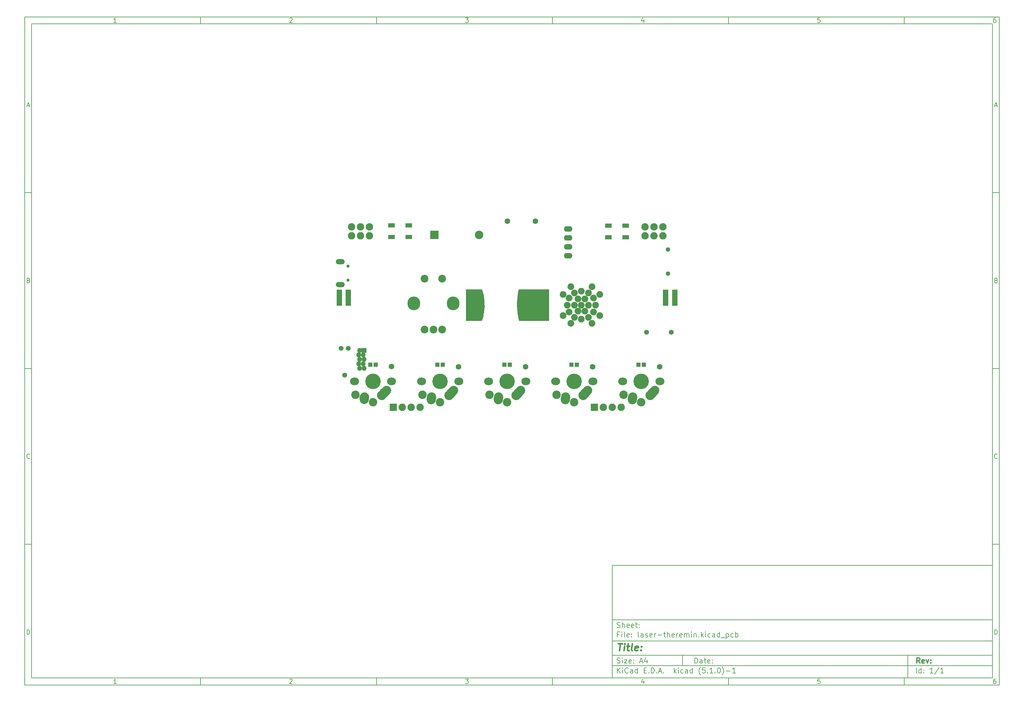
<source format=gts>
G04 #@! TF.GenerationSoftware,KiCad,Pcbnew,(5.1.0)-1*
G04 #@! TF.CreationDate,2019-06-18T01:36:36-06:00*
G04 #@! TF.ProjectId,laser-theremin,6c617365-722d-4746-9865-72656d696e2e,rev?*
G04 #@! TF.SameCoordinates,Original*
G04 #@! TF.FileFunction,Soldermask,Top*
G04 #@! TF.FilePolarity,Negative*
%FSLAX46Y46*%
G04 Gerber Fmt 4.6, Leading zero omitted, Abs format (unit mm)*
G04 Created by KiCad (PCBNEW (5.1.0)-1) date 2019-06-18 01:36:36*
%MOMM*%
%LPD*%
G04 APERTURE LIST*
%ADD10C,0.100000*%
%ADD11C,0.150000*%
%ADD12C,0.300000*%
%ADD13C,0.400000*%
%ADD14C,0.010000*%
%ADD15R,1.162000X1.289000*%
%ADD16O,1.400000X1.400000*%
%ADD17R,1.400000X1.400000*%
%ADD18R,1.898600X1.299160*%
%ADD19R,1.600000X0.950000*%
%ADD20C,2.200000*%
%ADD21O,3.600000X3.900000*%
%ADD22C,1.385520*%
%ADD23C,1.388060*%
%ADD24C,2.650000*%
%ADD25C,2.650000*%
%ADD26O,2.550000X2.150000*%
%ADD27C,1.600000*%
%ADD28C,2.400000*%
%ADD29C,4.387800*%
%ADD30R,2.400000X2.400000*%
%ADD31C,2.100000*%
%ADD32O,2.100000X2.100000*%
%ADD33C,1.300000*%
%ADD34O,2.550000X1.450000*%
%ADD35C,0.900000*%
%ADD36O,2.400000X1.600000*%
%ADD37C,1.400000*%
%ADD38R,2.100000X2.100000*%
%ADD39C,1.900000*%
G04 APERTURE END LIST*
D10*
D11*
X177002200Y-166007200D02*
X177002200Y-198007200D01*
X285002200Y-198007200D01*
X285002200Y-166007200D01*
X177002200Y-166007200D01*
D10*
D11*
X10000000Y-10000000D02*
X10000000Y-200007200D01*
X287002200Y-200007200D01*
X287002200Y-10000000D01*
X10000000Y-10000000D01*
D10*
D11*
X12000000Y-12000000D02*
X12000000Y-198007200D01*
X285002200Y-198007200D01*
X285002200Y-12000000D01*
X12000000Y-12000000D01*
D10*
D11*
X60000000Y-12000000D02*
X60000000Y-10000000D01*
D10*
D11*
X110000000Y-12000000D02*
X110000000Y-10000000D01*
D10*
D11*
X160000000Y-12000000D02*
X160000000Y-10000000D01*
D10*
D11*
X210000000Y-12000000D02*
X210000000Y-10000000D01*
D10*
D11*
X260000000Y-12000000D02*
X260000000Y-10000000D01*
D10*
D11*
X36065476Y-11588095D02*
X35322619Y-11588095D01*
X35694047Y-11588095D02*
X35694047Y-10288095D01*
X35570238Y-10473809D01*
X35446428Y-10597619D01*
X35322619Y-10659523D01*
D10*
D11*
X85322619Y-10411904D02*
X85384523Y-10350000D01*
X85508333Y-10288095D01*
X85817857Y-10288095D01*
X85941666Y-10350000D01*
X86003571Y-10411904D01*
X86065476Y-10535714D01*
X86065476Y-10659523D01*
X86003571Y-10845238D01*
X85260714Y-11588095D01*
X86065476Y-11588095D01*
D10*
D11*
X135260714Y-10288095D02*
X136065476Y-10288095D01*
X135632142Y-10783333D01*
X135817857Y-10783333D01*
X135941666Y-10845238D01*
X136003571Y-10907142D01*
X136065476Y-11030952D01*
X136065476Y-11340476D01*
X136003571Y-11464285D01*
X135941666Y-11526190D01*
X135817857Y-11588095D01*
X135446428Y-11588095D01*
X135322619Y-11526190D01*
X135260714Y-11464285D01*
D10*
D11*
X185941666Y-10721428D02*
X185941666Y-11588095D01*
X185632142Y-10226190D02*
X185322619Y-11154761D01*
X186127380Y-11154761D01*
D10*
D11*
X236003571Y-10288095D02*
X235384523Y-10288095D01*
X235322619Y-10907142D01*
X235384523Y-10845238D01*
X235508333Y-10783333D01*
X235817857Y-10783333D01*
X235941666Y-10845238D01*
X236003571Y-10907142D01*
X236065476Y-11030952D01*
X236065476Y-11340476D01*
X236003571Y-11464285D01*
X235941666Y-11526190D01*
X235817857Y-11588095D01*
X235508333Y-11588095D01*
X235384523Y-11526190D01*
X235322619Y-11464285D01*
D10*
D11*
X285941666Y-10288095D02*
X285694047Y-10288095D01*
X285570238Y-10350000D01*
X285508333Y-10411904D01*
X285384523Y-10597619D01*
X285322619Y-10845238D01*
X285322619Y-11340476D01*
X285384523Y-11464285D01*
X285446428Y-11526190D01*
X285570238Y-11588095D01*
X285817857Y-11588095D01*
X285941666Y-11526190D01*
X286003571Y-11464285D01*
X286065476Y-11340476D01*
X286065476Y-11030952D01*
X286003571Y-10907142D01*
X285941666Y-10845238D01*
X285817857Y-10783333D01*
X285570238Y-10783333D01*
X285446428Y-10845238D01*
X285384523Y-10907142D01*
X285322619Y-11030952D01*
D10*
D11*
X60000000Y-198007200D02*
X60000000Y-200007200D01*
D10*
D11*
X110000000Y-198007200D02*
X110000000Y-200007200D01*
D10*
D11*
X160000000Y-198007200D02*
X160000000Y-200007200D01*
D10*
D11*
X210000000Y-198007200D02*
X210000000Y-200007200D01*
D10*
D11*
X260000000Y-198007200D02*
X260000000Y-200007200D01*
D10*
D11*
X36065476Y-199595295D02*
X35322619Y-199595295D01*
X35694047Y-199595295D02*
X35694047Y-198295295D01*
X35570238Y-198481009D01*
X35446428Y-198604819D01*
X35322619Y-198666723D01*
D10*
D11*
X85322619Y-198419104D02*
X85384523Y-198357200D01*
X85508333Y-198295295D01*
X85817857Y-198295295D01*
X85941666Y-198357200D01*
X86003571Y-198419104D01*
X86065476Y-198542914D01*
X86065476Y-198666723D01*
X86003571Y-198852438D01*
X85260714Y-199595295D01*
X86065476Y-199595295D01*
D10*
D11*
X135260714Y-198295295D02*
X136065476Y-198295295D01*
X135632142Y-198790533D01*
X135817857Y-198790533D01*
X135941666Y-198852438D01*
X136003571Y-198914342D01*
X136065476Y-199038152D01*
X136065476Y-199347676D01*
X136003571Y-199471485D01*
X135941666Y-199533390D01*
X135817857Y-199595295D01*
X135446428Y-199595295D01*
X135322619Y-199533390D01*
X135260714Y-199471485D01*
D10*
D11*
X185941666Y-198728628D02*
X185941666Y-199595295D01*
X185632142Y-198233390D02*
X185322619Y-199161961D01*
X186127380Y-199161961D01*
D10*
D11*
X236003571Y-198295295D02*
X235384523Y-198295295D01*
X235322619Y-198914342D01*
X235384523Y-198852438D01*
X235508333Y-198790533D01*
X235817857Y-198790533D01*
X235941666Y-198852438D01*
X236003571Y-198914342D01*
X236065476Y-199038152D01*
X236065476Y-199347676D01*
X236003571Y-199471485D01*
X235941666Y-199533390D01*
X235817857Y-199595295D01*
X235508333Y-199595295D01*
X235384523Y-199533390D01*
X235322619Y-199471485D01*
D10*
D11*
X285941666Y-198295295D02*
X285694047Y-198295295D01*
X285570238Y-198357200D01*
X285508333Y-198419104D01*
X285384523Y-198604819D01*
X285322619Y-198852438D01*
X285322619Y-199347676D01*
X285384523Y-199471485D01*
X285446428Y-199533390D01*
X285570238Y-199595295D01*
X285817857Y-199595295D01*
X285941666Y-199533390D01*
X286003571Y-199471485D01*
X286065476Y-199347676D01*
X286065476Y-199038152D01*
X286003571Y-198914342D01*
X285941666Y-198852438D01*
X285817857Y-198790533D01*
X285570238Y-198790533D01*
X285446428Y-198852438D01*
X285384523Y-198914342D01*
X285322619Y-199038152D01*
D10*
D11*
X10000000Y-60000000D02*
X12000000Y-60000000D01*
D10*
D11*
X10000000Y-110000000D02*
X12000000Y-110000000D01*
D10*
D11*
X10000000Y-160000000D02*
X12000000Y-160000000D01*
D10*
D11*
X10690476Y-35216666D02*
X11309523Y-35216666D01*
X10566666Y-35588095D02*
X11000000Y-34288095D01*
X11433333Y-35588095D01*
D10*
D11*
X11092857Y-84907142D02*
X11278571Y-84969047D01*
X11340476Y-85030952D01*
X11402380Y-85154761D01*
X11402380Y-85340476D01*
X11340476Y-85464285D01*
X11278571Y-85526190D01*
X11154761Y-85588095D01*
X10659523Y-85588095D01*
X10659523Y-84288095D01*
X11092857Y-84288095D01*
X11216666Y-84350000D01*
X11278571Y-84411904D01*
X11340476Y-84535714D01*
X11340476Y-84659523D01*
X11278571Y-84783333D01*
X11216666Y-84845238D01*
X11092857Y-84907142D01*
X10659523Y-84907142D01*
D10*
D11*
X11402380Y-135464285D02*
X11340476Y-135526190D01*
X11154761Y-135588095D01*
X11030952Y-135588095D01*
X10845238Y-135526190D01*
X10721428Y-135402380D01*
X10659523Y-135278571D01*
X10597619Y-135030952D01*
X10597619Y-134845238D01*
X10659523Y-134597619D01*
X10721428Y-134473809D01*
X10845238Y-134350000D01*
X11030952Y-134288095D01*
X11154761Y-134288095D01*
X11340476Y-134350000D01*
X11402380Y-134411904D01*
D10*
D11*
X10659523Y-185588095D02*
X10659523Y-184288095D01*
X10969047Y-184288095D01*
X11154761Y-184350000D01*
X11278571Y-184473809D01*
X11340476Y-184597619D01*
X11402380Y-184845238D01*
X11402380Y-185030952D01*
X11340476Y-185278571D01*
X11278571Y-185402380D01*
X11154761Y-185526190D01*
X10969047Y-185588095D01*
X10659523Y-185588095D01*
D10*
D11*
X287002200Y-60000000D02*
X285002200Y-60000000D01*
D10*
D11*
X287002200Y-110000000D02*
X285002200Y-110000000D01*
D10*
D11*
X287002200Y-160000000D02*
X285002200Y-160000000D01*
D10*
D11*
X285692676Y-35216666D02*
X286311723Y-35216666D01*
X285568866Y-35588095D02*
X286002200Y-34288095D01*
X286435533Y-35588095D01*
D10*
D11*
X286095057Y-84907142D02*
X286280771Y-84969047D01*
X286342676Y-85030952D01*
X286404580Y-85154761D01*
X286404580Y-85340476D01*
X286342676Y-85464285D01*
X286280771Y-85526190D01*
X286156961Y-85588095D01*
X285661723Y-85588095D01*
X285661723Y-84288095D01*
X286095057Y-84288095D01*
X286218866Y-84350000D01*
X286280771Y-84411904D01*
X286342676Y-84535714D01*
X286342676Y-84659523D01*
X286280771Y-84783333D01*
X286218866Y-84845238D01*
X286095057Y-84907142D01*
X285661723Y-84907142D01*
D10*
D11*
X286404580Y-135464285D02*
X286342676Y-135526190D01*
X286156961Y-135588095D01*
X286033152Y-135588095D01*
X285847438Y-135526190D01*
X285723628Y-135402380D01*
X285661723Y-135278571D01*
X285599819Y-135030952D01*
X285599819Y-134845238D01*
X285661723Y-134597619D01*
X285723628Y-134473809D01*
X285847438Y-134350000D01*
X286033152Y-134288095D01*
X286156961Y-134288095D01*
X286342676Y-134350000D01*
X286404580Y-134411904D01*
D10*
D11*
X285661723Y-185588095D02*
X285661723Y-184288095D01*
X285971247Y-184288095D01*
X286156961Y-184350000D01*
X286280771Y-184473809D01*
X286342676Y-184597619D01*
X286404580Y-184845238D01*
X286404580Y-185030952D01*
X286342676Y-185278571D01*
X286280771Y-185402380D01*
X286156961Y-185526190D01*
X285971247Y-185588095D01*
X285661723Y-185588095D01*
D10*
D11*
X200434342Y-193785771D02*
X200434342Y-192285771D01*
X200791485Y-192285771D01*
X201005771Y-192357200D01*
X201148628Y-192500057D01*
X201220057Y-192642914D01*
X201291485Y-192928628D01*
X201291485Y-193142914D01*
X201220057Y-193428628D01*
X201148628Y-193571485D01*
X201005771Y-193714342D01*
X200791485Y-193785771D01*
X200434342Y-193785771D01*
X202577200Y-193785771D02*
X202577200Y-193000057D01*
X202505771Y-192857200D01*
X202362914Y-192785771D01*
X202077200Y-192785771D01*
X201934342Y-192857200D01*
X202577200Y-193714342D02*
X202434342Y-193785771D01*
X202077200Y-193785771D01*
X201934342Y-193714342D01*
X201862914Y-193571485D01*
X201862914Y-193428628D01*
X201934342Y-193285771D01*
X202077200Y-193214342D01*
X202434342Y-193214342D01*
X202577200Y-193142914D01*
X203077200Y-192785771D02*
X203648628Y-192785771D01*
X203291485Y-192285771D02*
X203291485Y-193571485D01*
X203362914Y-193714342D01*
X203505771Y-193785771D01*
X203648628Y-193785771D01*
X204720057Y-193714342D02*
X204577200Y-193785771D01*
X204291485Y-193785771D01*
X204148628Y-193714342D01*
X204077200Y-193571485D01*
X204077200Y-193000057D01*
X204148628Y-192857200D01*
X204291485Y-192785771D01*
X204577200Y-192785771D01*
X204720057Y-192857200D01*
X204791485Y-193000057D01*
X204791485Y-193142914D01*
X204077200Y-193285771D01*
X205434342Y-193642914D02*
X205505771Y-193714342D01*
X205434342Y-193785771D01*
X205362914Y-193714342D01*
X205434342Y-193642914D01*
X205434342Y-193785771D01*
X205434342Y-192857200D02*
X205505771Y-192928628D01*
X205434342Y-193000057D01*
X205362914Y-192928628D01*
X205434342Y-192857200D01*
X205434342Y-193000057D01*
D10*
D11*
X177002200Y-194507200D02*
X285002200Y-194507200D01*
D10*
D11*
X178434342Y-196585771D02*
X178434342Y-195085771D01*
X179291485Y-196585771D02*
X178648628Y-195728628D01*
X179291485Y-195085771D02*
X178434342Y-195942914D01*
X179934342Y-196585771D02*
X179934342Y-195585771D01*
X179934342Y-195085771D02*
X179862914Y-195157200D01*
X179934342Y-195228628D01*
X180005771Y-195157200D01*
X179934342Y-195085771D01*
X179934342Y-195228628D01*
X181505771Y-196442914D02*
X181434342Y-196514342D01*
X181220057Y-196585771D01*
X181077200Y-196585771D01*
X180862914Y-196514342D01*
X180720057Y-196371485D01*
X180648628Y-196228628D01*
X180577200Y-195942914D01*
X180577200Y-195728628D01*
X180648628Y-195442914D01*
X180720057Y-195300057D01*
X180862914Y-195157200D01*
X181077200Y-195085771D01*
X181220057Y-195085771D01*
X181434342Y-195157200D01*
X181505771Y-195228628D01*
X182791485Y-196585771D02*
X182791485Y-195800057D01*
X182720057Y-195657200D01*
X182577200Y-195585771D01*
X182291485Y-195585771D01*
X182148628Y-195657200D01*
X182791485Y-196514342D02*
X182648628Y-196585771D01*
X182291485Y-196585771D01*
X182148628Y-196514342D01*
X182077200Y-196371485D01*
X182077200Y-196228628D01*
X182148628Y-196085771D01*
X182291485Y-196014342D01*
X182648628Y-196014342D01*
X182791485Y-195942914D01*
X184148628Y-196585771D02*
X184148628Y-195085771D01*
X184148628Y-196514342D02*
X184005771Y-196585771D01*
X183720057Y-196585771D01*
X183577200Y-196514342D01*
X183505771Y-196442914D01*
X183434342Y-196300057D01*
X183434342Y-195871485D01*
X183505771Y-195728628D01*
X183577200Y-195657200D01*
X183720057Y-195585771D01*
X184005771Y-195585771D01*
X184148628Y-195657200D01*
X186005771Y-195800057D02*
X186505771Y-195800057D01*
X186720057Y-196585771D02*
X186005771Y-196585771D01*
X186005771Y-195085771D01*
X186720057Y-195085771D01*
X187362914Y-196442914D02*
X187434342Y-196514342D01*
X187362914Y-196585771D01*
X187291485Y-196514342D01*
X187362914Y-196442914D01*
X187362914Y-196585771D01*
X188077200Y-196585771D02*
X188077200Y-195085771D01*
X188434342Y-195085771D01*
X188648628Y-195157200D01*
X188791485Y-195300057D01*
X188862914Y-195442914D01*
X188934342Y-195728628D01*
X188934342Y-195942914D01*
X188862914Y-196228628D01*
X188791485Y-196371485D01*
X188648628Y-196514342D01*
X188434342Y-196585771D01*
X188077200Y-196585771D01*
X189577200Y-196442914D02*
X189648628Y-196514342D01*
X189577200Y-196585771D01*
X189505771Y-196514342D01*
X189577200Y-196442914D01*
X189577200Y-196585771D01*
X190220057Y-196157200D02*
X190934342Y-196157200D01*
X190077200Y-196585771D02*
X190577200Y-195085771D01*
X191077200Y-196585771D01*
X191577200Y-196442914D02*
X191648628Y-196514342D01*
X191577200Y-196585771D01*
X191505771Y-196514342D01*
X191577200Y-196442914D01*
X191577200Y-196585771D01*
X194577200Y-196585771D02*
X194577200Y-195085771D01*
X194720057Y-196014342D02*
X195148628Y-196585771D01*
X195148628Y-195585771D02*
X194577200Y-196157200D01*
X195791485Y-196585771D02*
X195791485Y-195585771D01*
X195791485Y-195085771D02*
X195720057Y-195157200D01*
X195791485Y-195228628D01*
X195862914Y-195157200D01*
X195791485Y-195085771D01*
X195791485Y-195228628D01*
X197148628Y-196514342D02*
X197005771Y-196585771D01*
X196720057Y-196585771D01*
X196577200Y-196514342D01*
X196505771Y-196442914D01*
X196434342Y-196300057D01*
X196434342Y-195871485D01*
X196505771Y-195728628D01*
X196577200Y-195657200D01*
X196720057Y-195585771D01*
X197005771Y-195585771D01*
X197148628Y-195657200D01*
X198434342Y-196585771D02*
X198434342Y-195800057D01*
X198362914Y-195657200D01*
X198220057Y-195585771D01*
X197934342Y-195585771D01*
X197791485Y-195657200D01*
X198434342Y-196514342D02*
X198291485Y-196585771D01*
X197934342Y-196585771D01*
X197791485Y-196514342D01*
X197720057Y-196371485D01*
X197720057Y-196228628D01*
X197791485Y-196085771D01*
X197934342Y-196014342D01*
X198291485Y-196014342D01*
X198434342Y-195942914D01*
X199791485Y-196585771D02*
X199791485Y-195085771D01*
X199791485Y-196514342D02*
X199648628Y-196585771D01*
X199362914Y-196585771D01*
X199220057Y-196514342D01*
X199148628Y-196442914D01*
X199077200Y-196300057D01*
X199077200Y-195871485D01*
X199148628Y-195728628D01*
X199220057Y-195657200D01*
X199362914Y-195585771D01*
X199648628Y-195585771D01*
X199791485Y-195657200D01*
X202077200Y-197157200D02*
X202005771Y-197085771D01*
X201862914Y-196871485D01*
X201791485Y-196728628D01*
X201720057Y-196514342D01*
X201648628Y-196157200D01*
X201648628Y-195871485D01*
X201720057Y-195514342D01*
X201791485Y-195300057D01*
X201862914Y-195157200D01*
X202005771Y-194942914D01*
X202077200Y-194871485D01*
X203362914Y-195085771D02*
X202648628Y-195085771D01*
X202577200Y-195800057D01*
X202648628Y-195728628D01*
X202791485Y-195657200D01*
X203148628Y-195657200D01*
X203291485Y-195728628D01*
X203362914Y-195800057D01*
X203434342Y-195942914D01*
X203434342Y-196300057D01*
X203362914Y-196442914D01*
X203291485Y-196514342D01*
X203148628Y-196585771D01*
X202791485Y-196585771D01*
X202648628Y-196514342D01*
X202577200Y-196442914D01*
X204077200Y-196442914D02*
X204148628Y-196514342D01*
X204077200Y-196585771D01*
X204005771Y-196514342D01*
X204077200Y-196442914D01*
X204077200Y-196585771D01*
X205577200Y-196585771D02*
X204720057Y-196585771D01*
X205148628Y-196585771D02*
X205148628Y-195085771D01*
X205005771Y-195300057D01*
X204862914Y-195442914D01*
X204720057Y-195514342D01*
X206220057Y-196442914D02*
X206291485Y-196514342D01*
X206220057Y-196585771D01*
X206148628Y-196514342D01*
X206220057Y-196442914D01*
X206220057Y-196585771D01*
X207220057Y-195085771D02*
X207362914Y-195085771D01*
X207505771Y-195157200D01*
X207577200Y-195228628D01*
X207648628Y-195371485D01*
X207720057Y-195657200D01*
X207720057Y-196014342D01*
X207648628Y-196300057D01*
X207577200Y-196442914D01*
X207505771Y-196514342D01*
X207362914Y-196585771D01*
X207220057Y-196585771D01*
X207077200Y-196514342D01*
X207005771Y-196442914D01*
X206934342Y-196300057D01*
X206862914Y-196014342D01*
X206862914Y-195657200D01*
X206934342Y-195371485D01*
X207005771Y-195228628D01*
X207077200Y-195157200D01*
X207220057Y-195085771D01*
X208220057Y-197157200D02*
X208291485Y-197085771D01*
X208434342Y-196871485D01*
X208505771Y-196728628D01*
X208577200Y-196514342D01*
X208648628Y-196157200D01*
X208648628Y-195871485D01*
X208577200Y-195514342D01*
X208505771Y-195300057D01*
X208434342Y-195157200D01*
X208291485Y-194942914D01*
X208220057Y-194871485D01*
X209362914Y-196014342D02*
X210505771Y-196014342D01*
X212005771Y-196585771D02*
X211148628Y-196585771D01*
X211577200Y-196585771D02*
X211577200Y-195085771D01*
X211434342Y-195300057D01*
X211291485Y-195442914D01*
X211148628Y-195514342D01*
D10*
D11*
X177002200Y-191507200D02*
X285002200Y-191507200D01*
D10*
D12*
X264411485Y-193785771D02*
X263911485Y-193071485D01*
X263554342Y-193785771D02*
X263554342Y-192285771D01*
X264125771Y-192285771D01*
X264268628Y-192357200D01*
X264340057Y-192428628D01*
X264411485Y-192571485D01*
X264411485Y-192785771D01*
X264340057Y-192928628D01*
X264268628Y-193000057D01*
X264125771Y-193071485D01*
X263554342Y-193071485D01*
X265625771Y-193714342D02*
X265482914Y-193785771D01*
X265197200Y-193785771D01*
X265054342Y-193714342D01*
X264982914Y-193571485D01*
X264982914Y-193000057D01*
X265054342Y-192857200D01*
X265197200Y-192785771D01*
X265482914Y-192785771D01*
X265625771Y-192857200D01*
X265697200Y-193000057D01*
X265697200Y-193142914D01*
X264982914Y-193285771D01*
X266197200Y-192785771D02*
X266554342Y-193785771D01*
X266911485Y-192785771D01*
X267482914Y-193642914D02*
X267554342Y-193714342D01*
X267482914Y-193785771D01*
X267411485Y-193714342D01*
X267482914Y-193642914D01*
X267482914Y-193785771D01*
X267482914Y-192857200D02*
X267554342Y-192928628D01*
X267482914Y-193000057D01*
X267411485Y-192928628D01*
X267482914Y-192857200D01*
X267482914Y-193000057D01*
D10*
D11*
X178362914Y-193714342D02*
X178577200Y-193785771D01*
X178934342Y-193785771D01*
X179077200Y-193714342D01*
X179148628Y-193642914D01*
X179220057Y-193500057D01*
X179220057Y-193357200D01*
X179148628Y-193214342D01*
X179077200Y-193142914D01*
X178934342Y-193071485D01*
X178648628Y-193000057D01*
X178505771Y-192928628D01*
X178434342Y-192857200D01*
X178362914Y-192714342D01*
X178362914Y-192571485D01*
X178434342Y-192428628D01*
X178505771Y-192357200D01*
X178648628Y-192285771D01*
X179005771Y-192285771D01*
X179220057Y-192357200D01*
X179862914Y-193785771D02*
X179862914Y-192785771D01*
X179862914Y-192285771D02*
X179791485Y-192357200D01*
X179862914Y-192428628D01*
X179934342Y-192357200D01*
X179862914Y-192285771D01*
X179862914Y-192428628D01*
X180434342Y-192785771D02*
X181220057Y-192785771D01*
X180434342Y-193785771D01*
X181220057Y-193785771D01*
X182362914Y-193714342D02*
X182220057Y-193785771D01*
X181934342Y-193785771D01*
X181791485Y-193714342D01*
X181720057Y-193571485D01*
X181720057Y-193000057D01*
X181791485Y-192857200D01*
X181934342Y-192785771D01*
X182220057Y-192785771D01*
X182362914Y-192857200D01*
X182434342Y-193000057D01*
X182434342Y-193142914D01*
X181720057Y-193285771D01*
X183077200Y-193642914D02*
X183148628Y-193714342D01*
X183077200Y-193785771D01*
X183005771Y-193714342D01*
X183077200Y-193642914D01*
X183077200Y-193785771D01*
X183077200Y-192857200D02*
X183148628Y-192928628D01*
X183077200Y-193000057D01*
X183005771Y-192928628D01*
X183077200Y-192857200D01*
X183077200Y-193000057D01*
X184862914Y-193357200D02*
X185577200Y-193357200D01*
X184720057Y-193785771D02*
X185220057Y-192285771D01*
X185720057Y-193785771D01*
X186862914Y-192785771D02*
X186862914Y-193785771D01*
X186505771Y-192214342D02*
X186148628Y-193285771D01*
X187077200Y-193285771D01*
D10*
D11*
X263434342Y-196585771D02*
X263434342Y-195085771D01*
X264791485Y-196585771D02*
X264791485Y-195085771D01*
X264791485Y-196514342D02*
X264648628Y-196585771D01*
X264362914Y-196585771D01*
X264220057Y-196514342D01*
X264148628Y-196442914D01*
X264077200Y-196300057D01*
X264077200Y-195871485D01*
X264148628Y-195728628D01*
X264220057Y-195657200D01*
X264362914Y-195585771D01*
X264648628Y-195585771D01*
X264791485Y-195657200D01*
X265505771Y-196442914D02*
X265577200Y-196514342D01*
X265505771Y-196585771D01*
X265434342Y-196514342D01*
X265505771Y-196442914D01*
X265505771Y-196585771D01*
X265505771Y-195657200D02*
X265577200Y-195728628D01*
X265505771Y-195800057D01*
X265434342Y-195728628D01*
X265505771Y-195657200D01*
X265505771Y-195800057D01*
X268148628Y-196585771D02*
X267291485Y-196585771D01*
X267720057Y-196585771D02*
X267720057Y-195085771D01*
X267577200Y-195300057D01*
X267434342Y-195442914D01*
X267291485Y-195514342D01*
X269862914Y-195014342D02*
X268577200Y-196942914D01*
X271148628Y-196585771D02*
X270291485Y-196585771D01*
X270720057Y-196585771D02*
X270720057Y-195085771D01*
X270577200Y-195300057D01*
X270434342Y-195442914D01*
X270291485Y-195514342D01*
D10*
D11*
X177002200Y-187507200D02*
X285002200Y-187507200D01*
D10*
D13*
X178714580Y-188211961D02*
X179857438Y-188211961D01*
X179036009Y-190211961D02*
X179286009Y-188211961D01*
X180274104Y-190211961D02*
X180440771Y-188878628D01*
X180524104Y-188211961D02*
X180416961Y-188307200D01*
X180500295Y-188402438D01*
X180607438Y-188307200D01*
X180524104Y-188211961D01*
X180500295Y-188402438D01*
X181107438Y-188878628D02*
X181869342Y-188878628D01*
X181476485Y-188211961D02*
X181262200Y-189926247D01*
X181333628Y-190116723D01*
X181512200Y-190211961D01*
X181702676Y-190211961D01*
X182655057Y-190211961D02*
X182476485Y-190116723D01*
X182405057Y-189926247D01*
X182619342Y-188211961D01*
X184190771Y-190116723D02*
X183988390Y-190211961D01*
X183607438Y-190211961D01*
X183428866Y-190116723D01*
X183357438Y-189926247D01*
X183452676Y-189164342D01*
X183571723Y-188973866D01*
X183774104Y-188878628D01*
X184155057Y-188878628D01*
X184333628Y-188973866D01*
X184405057Y-189164342D01*
X184381247Y-189354819D01*
X183405057Y-189545295D01*
X185155057Y-190021485D02*
X185238390Y-190116723D01*
X185131247Y-190211961D01*
X185047914Y-190116723D01*
X185155057Y-190021485D01*
X185131247Y-190211961D01*
X185286009Y-188973866D02*
X185369342Y-189069104D01*
X185262200Y-189164342D01*
X185178866Y-189069104D01*
X185286009Y-188973866D01*
X185262200Y-189164342D01*
D10*
D11*
X178934342Y-185600057D02*
X178434342Y-185600057D01*
X178434342Y-186385771D02*
X178434342Y-184885771D01*
X179148628Y-184885771D01*
X179720057Y-186385771D02*
X179720057Y-185385771D01*
X179720057Y-184885771D02*
X179648628Y-184957200D01*
X179720057Y-185028628D01*
X179791485Y-184957200D01*
X179720057Y-184885771D01*
X179720057Y-185028628D01*
X180648628Y-186385771D02*
X180505771Y-186314342D01*
X180434342Y-186171485D01*
X180434342Y-184885771D01*
X181791485Y-186314342D02*
X181648628Y-186385771D01*
X181362914Y-186385771D01*
X181220057Y-186314342D01*
X181148628Y-186171485D01*
X181148628Y-185600057D01*
X181220057Y-185457200D01*
X181362914Y-185385771D01*
X181648628Y-185385771D01*
X181791485Y-185457200D01*
X181862914Y-185600057D01*
X181862914Y-185742914D01*
X181148628Y-185885771D01*
X182505771Y-186242914D02*
X182577200Y-186314342D01*
X182505771Y-186385771D01*
X182434342Y-186314342D01*
X182505771Y-186242914D01*
X182505771Y-186385771D01*
X182505771Y-185457200D02*
X182577200Y-185528628D01*
X182505771Y-185600057D01*
X182434342Y-185528628D01*
X182505771Y-185457200D01*
X182505771Y-185600057D01*
X184577200Y-186385771D02*
X184434342Y-186314342D01*
X184362914Y-186171485D01*
X184362914Y-184885771D01*
X185791485Y-186385771D02*
X185791485Y-185600057D01*
X185720057Y-185457200D01*
X185577200Y-185385771D01*
X185291485Y-185385771D01*
X185148628Y-185457200D01*
X185791485Y-186314342D02*
X185648628Y-186385771D01*
X185291485Y-186385771D01*
X185148628Y-186314342D01*
X185077200Y-186171485D01*
X185077200Y-186028628D01*
X185148628Y-185885771D01*
X185291485Y-185814342D01*
X185648628Y-185814342D01*
X185791485Y-185742914D01*
X186434342Y-186314342D02*
X186577200Y-186385771D01*
X186862914Y-186385771D01*
X187005771Y-186314342D01*
X187077200Y-186171485D01*
X187077200Y-186100057D01*
X187005771Y-185957200D01*
X186862914Y-185885771D01*
X186648628Y-185885771D01*
X186505771Y-185814342D01*
X186434342Y-185671485D01*
X186434342Y-185600057D01*
X186505771Y-185457200D01*
X186648628Y-185385771D01*
X186862914Y-185385771D01*
X187005771Y-185457200D01*
X188291485Y-186314342D02*
X188148628Y-186385771D01*
X187862914Y-186385771D01*
X187720057Y-186314342D01*
X187648628Y-186171485D01*
X187648628Y-185600057D01*
X187720057Y-185457200D01*
X187862914Y-185385771D01*
X188148628Y-185385771D01*
X188291485Y-185457200D01*
X188362914Y-185600057D01*
X188362914Y-185742914D01*
X187648628Y-185885771D01*
X189005771Y-186385771D02*
X189005771Y-185385771D01*
X189005771Y-185671485D02*
X189077200Y-185528628D01*
X189148628Y-185457200D01*
X189291485Y-185385771D01*
X189434342Y-185385771D01*
X189934342Y-185814342D02*
X191077200Y-185814342D01*
X191577200Y-185385771D02*
X192148628Y-185385771D01*
X191791485Y-184885771D02*
X191791485Y-186171485D01*
X191862914Y-186314342D01*
X192005771Y-186385771D01*
X192148628Y-186385771D01*
X192648628Y-186385771D02*
X192648628Y-184885771D01*
X193291485Y-186385771D02*
X193291485Y-185600057D01*
X193220057Y-185457200D01*
X193077200Y-185385771D01*
X192862914Y-185385771D01*
X192720057Y-185457200D01*
X192648628Y-185528628D01*
X194577200Y-186314342D02*
X194434342Y-186385771D01*
X194148628Y-186385771D01*
X194005771Y-186314342D01*
X193934342Y-186171485D01*
X193934342Y-185600057D01*
X194005771Y-185457200D01*
X194148628Y-185385771D01*
X194434342Y-185385771D01*
X194577200Y-185457200D01*
X194648628Y-185600057D01*
X194648628Y-185742914D01*
X193934342Y-185885771D01*
X195291485Y-186385771D02*
X195291485Y-185385771D01*
X195291485Y-185671485D02*
X195362914Y-185528628D01*
X195434342Y-185457200D01*
X195577200Y-185385771D01*
X195720057Y-185385771D01*
X196791485Y-186314342D02*
X196648628Y-186385771D01*
X196362914Y-186385771D01*
X196220057Y-186314342D01*
X196148628Y-186171485D01*
X196148628Y-185600057D01*
X196220057Y-185457200D01*
X196362914Y-185385771D01*
X196648628Y-185385771D01*
X196791485Y-185457200D01*
X196862914Y-185600057D01*
X196862914Y-185742914D01*
X196148628Y-185885771D01*
X197505771Y-186385771D02*
X197505771Y-185385771D01*
X197505771Y-185528628D02*
X197577200Y-185457200D01*
X197720057Y-185385771D01*
X197934342Y-185385771D01*
X198077200Y-185457200D01*
X198148628Y-185600057D01*
X198148628Y-186385771D01*
X198148628Y-185600057D02*
X198220057Y-185457200D01*
X198362914Y-185385771D01*
X198577200Y-185385771D01*
X198720057Y-185457200D01*
X198791485Y-185600057D01*
X198791485Y-186385771D01*
X199505771Y-186385771D02*
X199505771Y-185385771D01*
X199505771Y-184885771D02*
X199434342Y-184957200D01*
X199505771Y-185028628D01*
X199577200Y-184957200D01*
X199505771Y-184885771D01*
X199505771Y-185028628D01*
X200220057Y-185385771D02*
X200220057Y-186385771D01*
X200220057Y-185528628D02*
X200291485Y-185457200D01*
X200434342Y-185385771D01*
X200648628Y-185385771D01*
X200791485Y-185457200D01*
X200862914Y-185600057D01*
X200862914Y-186385771D01*
X201577200Y-186242914D02*
X201648628Y-186314342D01*
X201577200Y-186385771D01*
X201505771Y-186314342D01*
X201577200Y-186242914D01*
X201577200Y-186385771D01*
X202291485Y-186385771D02*
X202291485Y-184885771D01*
X202434342Y-185814342D02*
X202862914Y-186385771D01*
X202862914Y-185385771D02*
X202291485Y-185957200D01*
X203505771Y-186385771D02*
X203505771Y-185385771D01*
X203505771Y-184885771D02*
X203434342Y-184957200D01*
X203505771Y-185028628D01*
X203577200Y-184957200D01*
X203505771Y-184885771D01*
X203505771Y-185028628D01*
X204862914Y-186314342D02*
X204720057Y-186385771D01*
X204434342Y-186385771D01*
X204291485Y-186314342D01*
X204220057Y-186242914D01*
X204148628Y-186100057D01*
X204148628Y-185671485D01*
X204220057Y-185528628D01*
X204291485Y-185457200D01*
X204434342Y-185385771D01*
X204720057Y-185385771D01*
X204862914Y-185457200D01*
X206148628Y-186385771D02*
X206148628Y-185600057D01*
X206077200Y-185457200D01*
X205934342Y-185385771D01*
X205648628Y-185385771D01*
X205505771Y-185457200D01*
X206148628Y-186314342D02*
X206005771Y-186385771D01*
X205648628Y-186385771D01*
X205505771Y-186314342D01*
X205434342Y-186171485D01*
X205434342Y-186028628D01*
X205505771Y-185885771D01*
X205648628Y-185814342D01*
X206005771Y-185814342D01*
X206148628Y-185742914D01*
X207505771Y-186385771D02*
X207505771Y-184885771D01*
X207505771Y-186314342D02*
X207362914Y-186385771D01*
X207077200Y-186385771D01*
X206934342Y-186314342D01*
X206862914Y-186242914D01*
X206791485Y-186100057D01*
X206791485Y-185671485D01*
X206862914Y-185528628D01*
X206934342Y-185457200D01*
X207077200Y-185385771D01*
X207362914Y-185385771D01*
X207505771Y-185457200D01*
X207862914Y-186528628D02*
X209005771Y-186528628D01*
X209362914Y-185385771D02*
X209362914Y-186885771D01*
X209362914Y-185457200D02*
X209505771Y-185385771D01*
X209791485Y-185385771D01*
X209934342Y-185457200D01*
X210005771Y-185528628D01*
X210077200Y-185671485D01*
X210077200Y-186100057D01*
X210005771Y-186242914D01*
X209934342Y-186314342D01*
X209791485Y-186385771D01*
X209505771Y-186385771D01*
X209362914Y-186314342D01*
X211362914Y-186314342D02*
X211220057Y-186385771D01*
X210934342Y-186385771D01*
X210791485Y-186314342D01*
X210720057Y-186242914D01*
X210648628Y-186100057D01*
X210648628Y-185671485D01*
X210720057Y-185528628D01*
X210791485Y-185457200D01*
X210934342Y-185385771D01*
X211220057Y-185385771D01*
X211362914Y-185457200D01*
X212005771Y-186385771D02*
X212005771Y-184885771D01*
X212005771Y-185457200D02*
X212148628Y-185385771D01*
X212434342Y-185385771D01*
X212577200Y-185457200D01*
X212648628Y-185528628D01*
X212720057Y-185671485D01*
X212720057Y-186100057D01*
X212648628Y-186242914D01*
X212577200Y-186314342D01*
X212434342Y-186385771D01*
X212148628Y-186385771D01*
X212005771Y-186314342D01*
D10*
D11*
X177002200Y-181507200D02*
X285002200Y-181507200D01*
D10*
D11*
X178362914Y-183614342D02*
X178577200Y-183685771D01*
X178934342Y-183685771D01*
X179077200Y-183614342D01*
X179148628Y-183542914D01*
X179220057Y-183400057D01*
X179220057Y-183257200D01*
X179148628Y-183114342D01*
X179077200Y-183042914D01*
X178934342Y-182971485D01*
X178648628Y-182900057D01*
X178505771Y-182828628D01*
X178434342Y-182757200D01*
X178362914Y-182614342D01*
X178362914Y-182471485D01*
X178434342Y-182328628D01*
X178505771Y-182257200D01*
X178648628Y-182185771D01*
X179005771Y-182185771D01*
X179220057Y-182257200D01*
X179862914Y-183685771D02*
X179862914Y-182185771D01*
X180505771Y-183685771D02*
X180505771Y-182900057D01*
X180434342Y-182757200D01*
X180291485Y-182685771D01*
X180077200Y-182685771D01*
X179934342Y-182757200D01*
X179862914Y-182828628D01*
X181791485Y-183614342D02*
X181648628Y-183685771D01*
X181362914Y-183685771D01*
X181220057Y-183614342D01*
X181148628Y-183471485D01*
X181148628Y-182900057D01*
X181220057Y-182757200D01*
X181362914Y-182685771D01*
X181648628Y-182685771D01*
X181791485Y-182757200D01*
X181862914Y-182900057D01*
X181862914Y-183042914D01*
X181148628Y-183185771D01*
X183077200Y-183614342D02*
X182934342Y-183685771D01*
X182648628Y-183685771D01*
X182505771Y-183614342D01*
X182434342Y-183471485D01*
X182434342Y-182900057D01*
X182505771Y-182757200D01*
X182648628Y-182685771D01*
X182934342Y-182685771D01*
X183077200Y-182757200D01*
X183148628Y-182900057D01*
X183148628Y-183042914D01*
X182434342Y-183185771D01*
X183577200Y-182685771D02*
X184148628Y-182685771D01*
X183791485Y-182185771D02*
X183791485Y-183471485D01*
X183862914Y-183614342D01*
X184005771Y-183685771D01*
X184148628Y-183685771D01*
X184648628Y-183542914D02*
X184720057Y-183614342D01*
X184648628Y-183685771D01*
X184577200Y-183614342D01*
X184648628Y-183542914D01*
X184648628Y-183685771D01*
X184648628Y-182757200D02*
X184720057Y-182828628D01*
X184648628Y-182900057D01*
X184577200Y-182828628D01*
X184648628Y-182757200D01*
X184648628Y-182900057D01*
D10*
D11*
X197002200Y-191507200D02*
X197002200Y-194507200D01*
D10*
D11*
X261002200Y-191507200D02*
X261002200Y-198007200D01*
D14*
G36*
X139938595Y-87488031D02*
G01*
X140018501Y-87752614D01*
X140217020Y-88482111D01*
X140376750Y-89225886D01*
X140497447Y-89980711D01*
X140578865Y-90743355D01*
X140620759Y-91510591D01*
X140622883Y-92279188D01*
X140584993Y-93045917D01*
X140506844Y-93807550D01*
X140488482Y-93943864D01*
X140432867Y-94302546D01*
X140364567Y-94677439D01*
X140286104Y-95057078D01*
X140200000Y-95430000D01*
X140108776Y-95784741D01*
X140014953Y-96109838D01*
X140004879Y-96142347D01*
X139928002Y-96388614D01*
X135378625Y-96388614D01*
X135378625Y-87477257D01*
X139938595Y-87488031D01*
X139938595Y-87488031D01*
G37*
X139938595Y-87488031D02*
X140018501Y-87752614D01*
X140217020Y-88482111D01*
X140376750Y-89225886D01*
X140497447Y-89980711D01*
X140578865Y-90743355D01*
X140620759Y-91510591D01*
X140622883Y-92279188D01*
X140584993Y-93045917D01*
X140506844Y-93807550D01*
X140488482Y-93943864D01*
X140432867Y-94302546D01*
X140364567Y-94677439D01*
X140286104Y-95057078D01*
X140200000Y-95430000D01*
X140108776Y-95784741D01*
X140014953Y-96109838D01*
X140004879Y-96142347D01*
X139928002Y-96388614D01*
X135378625Y-96388614D01*
X135378625Y-87477257D01*
X139938595Y-87488031D01*
G36*
X158944644Y-96369375D02*
G01*
X150500776Y-96369375D01*
X150480000Y-96290000D01*
X150405313Y-95988421D01*
X150331182Y-95658318D01*
X150260503Y-95313435D01*
X150196173Y-94967516D01*
X150173004Y-94832761D01*
X150048750Y-93966874D01*
X149965343Y-93096793D01*
X149922728Y-92224868D01*
X149920852Y-91353451D01*
X149959661Y-90484891D01*
X150039100Y-89621541D01*
X150159115Y-88765749D01*
X150319652Y-87919867D01*
X150333720Y-87855083D01*
X150420693Y-87458208D01*
X158944644Y-87458208D01*
X158944644Y-96369375D01*
X158944644Y-96369375D01*
G37*
X158944644Y-96369375D02*
X150500776Y-96369375D01*
X150480000Y-96290000D01*
X150405313Y-95988421D01*
X150331182Y-95658318D01*
X150260503Y-95313435D01*
X150196173Y-94967516D01*
X150173004Y-94832761D01*
X150048750Y-93966874D01*
X149965343Y-93096793D01*
X149922728Y-92224868D01*
X149920852Y-91353451D01*
X149959661Y-90484891D01*
X150039100Y-89621541D01*
X150159115Y-88765749D01*
X150319652Y-87919867D01*
X150333720Y-87855083D01*
X150420693Y-87458208D01*
X158944644Y-87458208D01*
X158944644Y-96369375D01*
D15*
X184453000Y-108910000D03*
X185977000Y-108910000D03*
X108258000Y-108910000D03*
X109782000Y-108910000D03*
X127303000Y-108910000D03*
X128827000Y-108910000D03*
X146353000Y-108910000D03*
X147877000Y-108910000D03*
X165403000Y-108910000D03*
X166927000Y-108910000D03*
D16*
X105220000Y-109940000D03*
X106490000Y-109940000D03*
X104920000Y-108670000D03*
X106190000Y-108670000D03*
X105220000Y-107400000D03*
X106490000Y-107400000D03*
X104920000Y-106130000D03*
X106190000Y-106130000D03*
X105220000Y-104860000D03*
D17*
X106490000Y-104860000D03*
D18*
X119128560Y-69301540D03*
X119128560Y-72598460D03*
X114231440Y-72598460D03*
X114231440Y-69301540D03*
X180778560Y-69371540D03*
X180778560Y-72668460D03*
X175881440Y-72668460D03*
X175881440Y-69371540D03*
D19*
X194770000Y-91000000D03*
X194770000Y-90250000D03*
X194770000Y-88000000D03*
X194770000Y-88750000D03*
X194770000Y-89500000D03*
X194770000Y-91750000D03*
X192170000Y-88000000D03*
X192170000Y-88750000D03*
X192170000Y-89500000D03*
X192170000Y-90250000D03*
X192170000Y-91000000D03*
X192170000Y-91750000D03*
X99410000Y-91750000D03*
X99410000Y-91000000D03*
X99410000Y-90250000D03*
X99410000Y-89500000D03*
X99410000Y-88750000D03*
X99410000Y-88000000D03*
X102010000Y-91750000D03*
X102010000Y-89500000D03*
X102010000Y-88750000D03*
X102010000Y-88000000D03*
X102010000Y-90250000D03*
X102010000Y-91000000D03*
D20*
X126170000Y-98930000D03*
X128670000Y-84430000D03*
X123670000Y-84430000D03*
X123670000Y-98930000D03*
X128670000Y-98930000D03*
D21*
X131770000Y-91430000D03*
X120570000Y-91430000D03*
D22*
X99974000Y-104250000D03*
X102006000Y-104250000D03*
D23*
X100990000Y-111870000D03*
D24*
X106480000Y-118390000D03*
D25*
X106505506Y-118015868D02*
X106454494Y-118764132D01*
D26*
X114270000Y-113640000D03*
X103710000Y-113640000D03*
D27*
X114210000Y-109440000D03*
D28*
X108990000Y-119540000D03*
X103990000Y-117440000D03*
D24*
X111490000Y-117640000D03*
D29*
X108990000Y-113640000D03*
D24*
X112145005Y-116910004D03*
D25*
X112800000Y-116180000D02*
X111490010Y-117640008D01*
D24*
X125555000Y-118410000D03*
D25*
X125580506Y-118035868D02*
X125529494Y-118784132D01*
D26*
X133345000Y-113660000D03*
X122785000Y-113660000D03*
D27*
X133285000Y-109460000D03*
D28*
X128065000Y-119560000D03*
X123065000Y-117460000D03*
D24*
X130565000Y-117660000D03*
D29*
X128065000Y-113660000D03*
D24*
X131220005Y-116930004D03*
D25*
X131875000Y-116200000D02*
X130565010Y-117660008D01*
D24*
X144605000Y-118410000D03*
D25*
X144630506Y-118035868D02*
X144579494Y-118784132D01*
D26*
X152395000Y-113660000D03*
X141835000Y-113660000D03*
D27*
X152335000Y-109460000D03*
D28*
X147115000Y-119560000D03*
X142115000Y-117460000D03*
D24*
X149615000Y-117660000D03*
D29*
X147115000Y-113660000D03*
D24*
X150270005Y-116930004D03*
D25*
X150925000Y-116200000D02*
X149615010Y-117660008D01*
D24*
X163655000Y-118410000D03*
D25*
X163680506Y-118035868D02*
X163629494Y-118784132D01*
D26*
X171445000Y-113660000D03*
X160885000Y-113660000D03*
D27*
X171385000Y-109460000D03*
D28*
X166165000Y-119560000D03*
X161165000Y-117460000D03*
D24*
X168665000Y-117660000D03*
D29*
X166165000Y-113660000D03*
D24*
X169320005Y-116930004D03*
D25*
X169975000Y-116200000D02*
X168665010Y-117660008D01*
D24*
X182705000Y-118410000D03*
D25*
X182730506Y-118035868D02*
X182679494Y-118784132D01*
D26*
X190495000Y-113660000D03*
X179935000Y-113660000D03*
D27*
X190435000Y-109460000D03*
D28*
X185215000Y-119560000D03*
X180215000Y-117460000D03*
D24*
X187715000Y-117660000D03*
D29*
X185215000Y-113660000D03*
D24*
X188370005Y-116930004D03*
D25*
X189025000Y-116200000D02*
X187715010Y-117660008D01*
D28*
X139150000Y-72000000D03*
D30*
X126450000Y-72000000D03*
D31*
X191340000Y-69710000D03*
D32*
X191340000Y-72250000D03*
D31*
X188800000Y-69710000D03*
D32*
X188800000Y-72250000D03*
X186260000Y-69710000D03*
X186260000Y-72250000D03*
D31*
X107990000Y-69710000D03*
D32*
X107990000Y-72250000D03*
D31*
X105450000Y-69710000D03*
D32*
X105450000Y-72250000D03*
X102910000Y-69710000D03*
X102910000Y-72250000D03*
D27*
X155130000Y-68090000D03*
X147150000Y-68090000D03*
D33*
X192860000Y-76170000D03*
X192860000Y-82970000D03*
D34*
X99650000Y-79645000D03*
D35*
X101850000Y-80870000D03*
X101850000Y-84870000D03*
D34*
X99650000Y-86095000D03*
D36*
X164430000Y-70340000D03*
X164430000Y-72880000D03*
X164430000Y-75420000D03*
X164430000Y-77960000D03*
D37*
X186707420Y-99710000D03*
X193707660Y-99710000D03*
D38*
X171870000Y-121040000D03*
D32*
X174410000Y-121040000D03*
X176950000Y-121040000D03*
X179490000Y-121040000D03*
X122350000Y-121050000D03*
X119810000Y-121050000D03*
X117270000Y-121050000D03*
D38*
X114730000Y-121050000D03*
D39*
X164210000Y-91960000D03*
X164745898Y-89960000D03*
X166210000Y-88495898D03*
X168210000Y-87960000D03*
X170210000Y-88495898D03*
X171674102Y-89960000D03*
X172210000Y-91960000D03*
X171674102Y-93960000D03*
X170210000Y-95424102D03*
X168210000Y-95960000D03*
X166210000Y-95424102D03*
X164745898Y-93960000D03*
X168210000Y-91960000D03*
X166210000Y-91960000D03*
X167210000Y-90227949D03*
X169210000Y-90227949D03*
X170210000Y-91960000D03*
X169210000Y-93692051D03*
X167210000Y-93692051D03*
X163013848Y-88960000D03*
X165210000Y-86763848D03*
X171210000Y-86763848D03*
X173406152Y-88960000D03*
X173406152Y-94960000D03*
X171210000Y-97156152D03*
X165210000Y-97156152D03*
X163013848Y-94960000D03*
M02*

</source>
